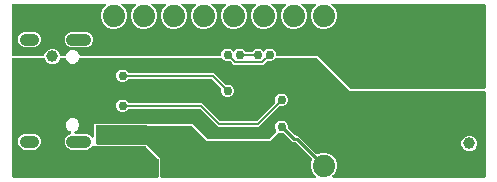
<source format=gbr>
G04 EAGLE Gerber RS-274X export*
G75*
%MOMM*%
%FSLAX34Y34*%
%LPD*%
%INGBL*%
%IPPOS*%
%AMOC8*
5,1,8,0,0,1.08239X$1,22.5*%
G01*
%ADD10C,2.250000*%
%ADD11C,1.000000*%
%ADD12C,1.879600*%
%ADD13C,1.000000*%
%ADD14C,0.756400*%
%ADD15C,0.152400*%
%ADD16C,0.254000*%

G36*
X133468Y-73517D02*
X133468Y-73517D01*
X133587Y-73510D01*
X133625Y-73497D01*
X133666Y-73492D01*
X133776Y-73449D01*
X133889Y-73412D01*
X133924Y-73390D01*
X133961Y-73375D01*
X134057Y-73306D01*
X134158Y-73242D01*
X134186Y-73212D01*
X134219Y-73189D01*
X134295Y-73097D01*
X134376Y-73010D01*
X134396Y-72975D01*
X134421Y-72944D01*
X134472Y-72836D01*
X134530Y-72732D01*
X134540Y-72692D01*
X134557Y-72656D01*
X134579Y-72539D01*
X134609Y-72424D01*
X134613Y-72364D01*
X134617Y-72344D01*
X134615Y-72323D01*
X134619Y-72263D01*
X134619Y-58420D01*
X134607Y-58322D01*
X134604Y-58223D01*
X134587Y-58165D01*
X134579Y-58104D01*
X134543Y-58012D01*
X134515Y-57917D01*
X134485Y-57865D01*
X134462Y-57809D01*
X134404Y-57729D01*
X134354Y-57643D01*
X134288Y-57568D01*
X134276Y-57551D01*
X134266Y-57544D01*
X134248Y-57523D01*
X124088Y-47363D01*
X124009Y-47302D01*
X123937Y-47234D01*
X123884Y-47205D01*
X123836Y-47168D01*
X123745Y-47128D01*
X123659Y-47080D01*
X123600Y-47065D01*
X123544Y-47041D01*
X123446Y-47026D01*
X123351Y-47001D01*
X123251Y-46995D01*
X123230Y-46991D01*
X123218Y-46993D01*
X123190Y-46991D01*
X79463Y-46991D01*
X79454Y-46983D01*
X79436Y-46974D01*
X79421Y-46961D01*
X79295Y-46902D01*
X79171Y-46839D01*
X79151Y-46834D01*
X79133Y-46825D01*
X78997Y-46799D01*
X78861Y-46769D01*
X78840Y-46769D01*
X78821Y-46766D01*
X78682Y-46774D01*
X78543Y-46779D01*
X78523Y-46784D01*
X78503Y-46785D01*
X78371Y-46828D01*
X78237Y-46867D01*
X78220Y-46877D01*
X78201Y-46883D01*
X78083Y-46958D01*
X77963Y-47028D01*
X77942Y-47047D01*
X77932Y-47054D01*
X77918Y-47068D01*
X77843Y-47135D01*
X76246Y-48731D01*
X73848Y-49725D01*
X60252Y-49725D01*
X57854Y-48731D01*
X56019Y-46896D01*
X55025Y-44498D01*
X55025Y-41902D01*
X56019Y-39504D01*
X57854Y-37669D01*
X59990Y-36784D01*
X60111Y-36715D01*
X60233Y-36650D01*
X60248Y-36636D01*
X60266Y-36626D01*
X60366Y-36529D01*
X60469Y-36436D01*
X60480Y-36419D01*
X60494Y-36405D01*
X60567Y-36286D01*
X60643Y-36170D01*
X60650Y-36151D01*
X60661Y-36134D01*
X60702Y-36001D01*
X60747Y-35870D01*
X60748Y-35849D01*
X60754Y-35830D01*
X60761Y-35691D01*
X60772Y-35553D01*
X60768Y-35533D01*
X60769Y-35512D01*
X60741Y-35376D01*
X60718Y-35239D01*
X60709Y-35221D01*
X60705Y-35201D01*
X60644Y-35076D01*
X60587Y-34949D01*
X60574Y-34933D01*
X60565Y-34915D01*
X60475Y-34809D01*
X60388Y-34701D01*
X60372Y-34689D01*
X60359Y-34673D01*
X60245Y-34593D01*
X60134Y-34510D01*
X60109Y-34497D01*
X60099Y-34490D01*
X60080Y-34483D01*
X59990Y-34439D01*
X58470Y-33809D01*
X56841Y-32180D01*
X55959Y-30052D01*
X55959Y-27748D01*
X56841Y-25620D01*
X58470Y-23991D01*
X60598Y-23109D01*
X62902Y-23109D01*
X65030Y-23991D01*
X66659Y-25620D01*
X67541Y-27748D01*
X67541Y-30052D01*
X66659Y-32180D01*
X65030Y-33809D01*
X64006Y-34233D01*
X63945Y-34268D01*
X63880Y-34294D01*
X63808Y-34346D01*
X63730Y-34391D01*
X63680Y-34439D01*
X63623Y-34480D01*
X63566Y-34550D01*
X63501Y-34612D01*
X63465Y-34672D01*
X63420Y-34725D01*
X63382Y-34807D01*
X63335Y-34883D01*
X63314Y-34950D01*
X63285Y-35013D01*
X63268Y-35101D01*
X63241Y-35187D01*
X63238Y-35257D01*
X63225Y-35326D01*
X63231Y-35415D01*
X63226Y-35505D01*
X63240Y-35573D01*
X63245Y-35643D01*
X63272Y-35728D01*
X63291Y-35816D01*
X63321Y-35879D01*
X63343Y-35945D01*
X63391Y-36021D01*
X63430Y-36102D01*
X63476Y-36155D01*
X63513Y-36214D01*
X63578Y-36276D01*
X63637Y-36344D01*
X63694Y-36384D01*
X63745Y-36432D01*
X63823Y-36475D01*
X63897Y-36527D01*
X63962Y-36552D01*
X64023Y-36586D01*
X64110Y-36608D01*
X64194Y-36640D01*
X64264Y-36648D01*
X64331Y-36665D01*
X64492Y-36675D01*
X73848Y-36675D01*
X76246Y-37669D01*
X77843Y-39265D01*
X77952Y-39350D01*
X78059Y-39439D01*
X78078Y-39448D01*
X78094Y-39460D01*
X78222Y-39516D01*
X78347Y-39575D01*
X78367Y-39578D01*
X78386Y-39586D01*
X78524Y-39608D01*
X78660Y-39634D01*
X78680Y-39633D01*
X78700Y-39636D01*
X78839Y-39623D01*
X78977Y-39615D01*
X78996Y-39608D01*
X79016Y-39606D01*
X79148Y-39559D01*
X79279Y-39517D01*
X79297Y-39506D01*
X79316Y-39499D01*
X79431Y-39421D01*
X79548Y-39346D01*
X79562Y-39332D01*
X79579Y-39320D01*
X79671Y-39216D01*
X79766Y-39115D01*
X79776Y-39097D01*
X79789Y-39082D01*
X79853Y-38958D01*
X79920Y-38836D01*
X79925Y-38817D01*
X79934Y-38799D01*
X79964Y-38663D01*
X79999Y-38528D01*
X80001Y-38500D01*
X80004Y-38488D01*
X80003Y-38468D01*
X80009Y-38368D01*
X80009Y-27685D01*
X88388Y-27685D01*
X163303Y-27938D01*
X175887Y-40522D01*
X175965Y-40582D01*
X176037Y-40650D01*
X176090Y-40679D01*
X176138Y-40716D01*
X176229Y-40756D01*
X176315Y-40804D01*
X176374Y-40819D01*
X176430Y-40843D01*
X176528Y-40858D01*
X176623Y-40883D01*
X176723Y-40889D01*
X176744Y-40893D01*
X176756Y-40891D01*
X176784Y-40893D01*
X227584Y-40893D01*
X227682Y-40881D01*
X227781Y-40878D01*
X227839Y-40861D01*
X227900Y-40853D01*
X227992Y-40817D01*
X228087Y-40789D01*
X228139Y-40759D01*
X228195Y-40736D01*
X228275Y-40678D01*
X228361Y-40628D01*
X228436Y-40562D01*
X228453Y-40550D01*
X228460Y-40540D01*
X228482Y-40522D01*
X234029Y-34974D01*
X234047Y-34950D01*
X234070Y-34931D01*
X234145Y-34825D01*
X234224Y-34722D01*
X234236Y-34695D01*
X234253Y-34671D01*
X234299Y-34550D01*
X234351Y-34431D01*
X234355Y-34401D01*
X234366Y-34374D01*
X234380Y-34245D01*
X234400Y-34116D01*
X234398Y-34087D01*
X234401Y-34058D01*
X234383Y-33929D01*
X234371Y-33800D01*
X234361Y-33772D01*
X234356Y-33743D01*
X234304Y-33590D01*
X233453Y-31536D01*
X233453Y-29424D01*
X234261Y-27474D01*
X235754Y-25981D01*
X237704Y-25173D01*
X239816Y-25173D01*
X241766Y-25981D01*
X243259Y-27474D01*
X244067Y-29424D01*
X244067Y-31309D01*
X244079Y-31407D01*
X244082Y-31506D01*
X244099Y-31564D01*
X244107Y-31624D01*
X244143Y-31716D01*
X244171Y-31811D01*
X244201Y-31864D01*
X244224Y-31920D01*
X244282Y-32000D01*
X244332Y-32085D01*
X244398Y-32161D01*
X244410Y-32177D01*
X244420Y-32185D01*
X244438Y-32206D01*
X249706Y-37474D01*
X249784Y-37534D01*
X249856Y-37602D01*
X249909Y-37631D01*
X249957Y-37668D01*
X250048Y-37708D01*
X250135Y-37756D01*
X250193Y-37771D01*
X250249Y-37795D01*
X250347Y-37810D01*
X250443Y-37835D01*
X250543Y-37841D01*
X250563Y-37845D01*
X250575Y-37843D01*
X250603Y-37845D01*
X252618Y-37845D01*
X254626Y-39854D01*
X268155Y-53383D01*
X268179Y-53401D01*
X268198Y-53423D01*
X268304Y-53498D01*
X268406Y-53578D01*
X268434Y-53590D01*
X268458Y-53606D01*
X268579Y-53652D01*
X268698Y-53704D01*
X268727Y-53709D01*
X268755Y-53719D01*
X268884Y-53734D01*
X269012Y-53754D01*
X269042Y-53751D01*
X269071Y-53754D01*
X269200Y-53736D01*
X269329Y-53724D01*
X269357Y-53714D01*
X269386Y-53710D01*
X269538Y-53658D01*
X272147Y-52577D01*
X276493Y-52577D01*
X280507Y-54240D01*
X283580Y-57313D01*
X285243Y-61327D01*
X285243Y-65673D01*
X283580Y-69687D01*
X281902Y-71366D01*
X281816Y-71475D01*
X281728Y-71582D01*
X281719Y-71601D01*
X281707Y-71617D01*
X281651Y-71745D01*
X281592Y-71870D01*
X281588Y-71890D01*
X281580Y-71909D01*
X281558Y-72047D01*
X281532Y-72183D01*
X281534Y-72203D01*
X281530Y-72223D01*
X281543Y-72362D01*
X281552Y-72500D01*
X281558Y-72519D01*
X281560Y-72539D01*
X281607Y-72671D01*
X281650Y-72802D01*
X281661Y-72820D01*
X281668Y-72839D01*
X281746Y-72954D01*
X281820Y-73071D01*
X281835Y-73085D01*
X281846Y-73102D01*
X281951Y-73194D01*
X282052Y-73289D01*
X282070Y-73299D01*
X282085Y-73312D01*
X282209Y-73376D01*
X282330Y-73443D01*
X282350Y-73448D01*
X282368Y-73457D01*
X282504Y-73487D01*
X282638Y-73522D01*
X282666Y-73524D01*
X282678Y-73527D01*
X282699Y-73526D01*
X282799Y-73532D01*
X410083Y-73532D01*
X410201Y-73517D01*
X410320Y-73510D01*
X410358Y-73497D01*
X410399Y-73492D01*
X410509Y-73449D01*
X410622Y-73412D01*
X410657Y-73390D01*
X410694Y-73375D01*
X410790Y-73306D01*
X410891Y-73242D01*
X410919Y-73212D01*
X410952Y-73189D01*
X411028Y-73097D01*
X411109Y-73010D01*
X411129Y-72975D01*
X411154Y-72944D01*
X411205Y-72836D01*
X411263Y-72732D01*
X411273Y-72692D01*
X411290Y-72656D01*
X411312Y-72539D01*
X411342Y-72424D01*
X411346Y-72364D01*
X411350Y-72344D01*
X411348Y-72323D01*
X411352Y-72263D01*
X411352Y-1270D01*
X411337Y-1152D01*
X411330Y-1033D01*
X411317Y-995D01*
X411312Y-954D01*
X411269Y-844D01*
X411232Y-731D01*
X411210Y-696D01*
X411195Y-659D01*
X411126Y-563D01*
X411062Y-462D01*
X411032Y-434D01*
X411009Y-401D01*
X410917Y-326D01*
X410830Y-244D01*
X410795Y-224D01*
X410764Y-199D01*
X410656Y-148D01*
X410552Y-90D01*
X410512Y-80D01*
X410476Y-63D01*
X410359Y-41D01*
X410244Y-11D01*
X410184Y-7D01*
X410164Y-3D01*
X410143Y-5D01*
X410083Y-1D01*
X296436Y-1D01*
X269122Y27314D01*
X269043Y27374D01*
X268971Y27442D01*
X268918Y27471D01*
X268870Y27508D01*
X268779Y27548D01*
X268693Y27596D01*
X268634Y27611D01*
X268578Y27635D01*
X268480Y27650D01*
X268385Y27675D01*
X268285Y27681D01*
X268264Y27685D01*
X268252Y27683D01*
X268224Y27685D01*
X233796Y27685D01*
X233698Y27673D01*
X233599Y27670D01*
X233540Y27653D01*
X233480Y27645D01*
X233388Y27609D01*
X233293Y27581D01*
X233241Y27551D01*
X233185Y27528D01*
X233104Y27470D01*
X233019Y27420D01*
X232944Y27354D01*
X232927Y27342D01*
X232919Y27332D01*
X232898Y27314D01*
X231566Y25981D01*
X229616Y25173D01*
X227490Y25173D01*
X227387Y25196D01*
X227262Y25231D01*
X227233Y25231D01*
X227204Y25238D01*
X227074Y25234D01*
X226944Y25236D01*
X226915Y25229D01*
X226886Y25228D01*
X226761Y25192D01*
X226635Y25162D01*
X226609Y25148D01*
X226580Y25139D01*
X226468Y25074D01*
X226354Y25013D01*
X226332Y24993D01*
X226306Y24978D01*
X226185Y24872D01*
X224868Y23555D01*
X223157Y21843D01*
X198443Y21843D01*
X196732Y23555D01*
X195415Y24872D01*
X195391Y24890D01*
X195372Y24912D01*
X195266Y24987D01*
X195163Y25066D01*
X195136Y25078D01*
X195112Y25095D01*
X194990Y25141D01*
X194871Y25193D01*
X194842Y25197D01*
X194814Y25208D01*
X194686Y25222D01*
X194557Y25243D01*
X194528Y25240D01*
X194498Y25243D01*
X194370Y25225D01*
X194241Y25213D01*
X194213Y25203D01*
X194184Y25199D01*
X194109Y25173D01*
X191984Y25173D01*
X190034Y25981D01*
X188702Y27314D01*
X188623Y27374D01*
X188551Y27442D01*
X188498Y27471D01*
X188450Y27508D01*
X188360Y27548D01*
X188273Y27596D01*
X188214Y27611D01*
X188159Y27635D01*
X188061Y27650D01*
X187965Y27675D01*
X187865Y27681D01*
X187844Y27685D01*
X187832Y27683D01*
X187804Y27685D01*
X79499Y27685D01*
X79487Y27696D01*
X79452Y27716D01*
X79421Y27741D01*
X79313Y27792D01*
X79209Y27850D01*
X79169Y27860D01*
X79133Y27877D01*
X79016Y27899D01*
X78901Y27929D01*
X78841Y27933D01*
X78821Y27937D01*
X78800Y27935D01*
X78740Y27939D01*
X68468Y27939D01*
X68439Y27936D01*
X68409Y27938D01*
X68281Y27916D01*
X68152Y27899D01*
X68125Y27889D01*
X68096Y27884D01*
X67977Y27830D01*
X67857Y27782D01*
X67833Y27765D01*
X67806Y27753D01*
X67704Y27672D01*
X67599Y27596D01*
X67581Y27573D01*
X67557Y27554D01*
X67479Y27451D01*
X67397Y27351D01*
X67384Y27324D01*
X67366Y27300D01*
X67295Y27156D01*
X66659Y25620D01*
X65030Y23991D01*
X62902Y23109D01*
X60598Y23109D01*
X58470Y23991D01*
X56841Y25620D01*
X56205Y27156D01*
X56190Y27181D01*
X56181Y27209D01*
X56112Y27319D01*
X56047Y27432D01*
X56027Y27453D01*
X56011Y27478D01*
X55916Y27567D01*
X55826Y27660D01*
X55801Y27676D01*
X55779Y27696D01*
X55666Y27759D01*
X55555Y27827D01*
X55526Y27835D01*
X55501Y27850D01*
X55375Y27882D01*
X55251Y27920D01*
X55221Y27922D01*
X55193Y27929D01*
X55032Y27939D01*
X51834Y27939D01*
X51805Y27936D01*
X51775Y27938D01*
X51647Y27916D01*
X51519Y27899D01*
X51491Y27889D01*
X51462Y27884D01*
X51343Y27830D01*
X51223Y27782D01*
X51199Y27765D01*
X51172Y27753D01*
X51071Y27672D01*
X50965Y27596D01*
X50947Y27573D01*
X50924Y27554D01*
X50845Y27451D01*
X50763Y27351D01*
X50750Y27324D01*
X50732Y27300D01*
X50661Y27156D01*
X49981Y25514D01*
X48146Y23679D01*
X45748Y22685D01*
X43152Y22685D01*
X40754Y23679D01*
X38919Y25514D01*
X38239Y27156D01*
X38224Y27181D01*
X38215Y27209D01*
X38145Y27319D01*
X38081Y27432D01*
X38061Y27453D01*
X38045Y27478D01*
X37950Y27567D01*
X37860Y27660D01*
X37835Y27676D01*
X37813Y27696D01*
X37699Y27759D01*
X37589Y27827D01*
X37560Y27835D01*
X37535Y27850D01*
X37409Y27882D01*
X37285Y27920D01*
X37255Y27922D01*
X37227Y27929D01*
X37066Y27939D01*
X11557Y27939D01*
X11439Y27924D01*
X11320Y27917D01*
X11282Y27904D01*
X11241Y27899D01*
X11131Y27856D01*
X11018Y27819D01*
X10983Y27797D01*
X10946Y27782D01*
X10850Y27713D01*
X10749Y27649D01*
X10721Y27619D01*
X10688Y27596D01*
X10612Y27504D01*
X10531Y27417D01*
X10511Y27382D01*
X10486Y27351D01*
X10435Y27243D01*
X10377Y27139D01*
X10367Y27099D01*
X10350Y27063D01*
X10328Y26946D01*
X10298Y26831D01*
X10294Y26771D01*
X10290Y26751D01*
X10292Y26730D01*
X10288Y26670D01*
X10288Y-72263D01*
X10303Y-72381D01*
X10310Y-72500D01*
X10323Y-72538D01*
X10328Y-72579D01*
X10371Y-72689D01*
X10408Y-72802D01*
X10430Y-72837D01*
X10445Y-72874D01*
X10514Y-72970D01*
X10578Y-73071D01*
X10608Y-73099D01*
X10631Y-73132D01*
X10723Y-73208D01*
X10810Y-73289D01*
X10845Y-73309D01*
X10876Y-73334D01*
X10984Y-73385D01*
X11088Y-73443D01*
X11128Y-73453D01*
X11164Y-73470D01*
X11281Y-73492D01*
X11396Y-73522D01*
X11456Y-73526D01*
X11476Y-73530D01*
X11497Y-73528D01*
X11557Y-73532D01*
X133350Y-73532D01*
X133468Y-73517D01*
G37*
G36*
X410611Y1528D02*
X410611Y1528D01*
X410630Y1526D01*
X410732Y1548D01*
X410834Y1564D01*
X410851Y1574D01*
X410871Y1578D01*
X410960Y1631D01*
X411051Y1680D01*
X411065Y1694D01*
X411082Y1704D01*
X411149Y1783D01*
X411221Y1858D01*
X411229Y1876D01*
X411242Y1891D01*
X411281Y1987D01*
X411324Y2081D01*
X411326Y2101D01*
X411334Y2119D01*
X411352Y2286D01*
X411352Y72771D01*
X411349Y72791D01*
X411351Y72810D01*
X411329Y72912D01*
X411313Y73014D01*
X411303Y73031D01*
X411299Y73051D01*
X411246Y73140D01*
X411197Y73231D01*
X411183Y73245D01*
X411173Y73262D01*
X411094Y73329D01*
X411019Y73401D01*
X411001Y73409D01*
X410986Y73422D01*
X410890Y73461D01*
X410796Y73504D01*
X410776Y73506D01*
X410758Y73514D01*
X410591Y73532D01*
X281573Y73532D01*
X281502Y73521D01*
X281430Y73519D01*
X281381Y73501D01*
X281330Y73493D01*
X281267Y73459D01*
X281199Y73434D01*
X281159Y73402D01*
X281112Y73377D01*
X281063Y73325D01*
X281007Y73281D01*
X280979Y73237D01*
X280943Y73199D01*
X280913Y73134D01*
X280874Y73074D01*
X280861Y73023D01*
X280839Y72976D01*
X280832Y72905D01*
X280814Y72835D01*
X280818Y72783D01*
X280812Y72732D01*
X280828Y72661D01*
X280833Y72590D01*
X280854Y72542D01*
X280865Y72491D01*
X280901Y72430D01*
X280930Y72364D01*
X280974Y72308D01*
X280991Y72280D01*
X281009Y72265D01*
X281034Y72233D01*
X283580Y69687D01*
X285243Y65673D01*
X285243Y61327D01*
X283580Y57313D01*
X280507Y54240D01*
X276493Y52577D01*
X272147Y52577D01*
X268133Y54240D01*
X265060Y57313D01*
X263397Y61327D01*
X263397Y65673D01*
X265060Y69687D01*
X267606Y72233D01*
X267648Y72291D01*
X267697Y72343D01*
X267719Y72390D01*
X267749Y72432D01*
X267770Y72501D01*
X267801Y72566D01*
X267806Y72618D01*
X267822Y72668D01*
X267820Y72739D01*
X267828Y72810D01*
X267817Y72861D01*
X267815Y72913D01*
X267791Y72981D01*
X267775Y73051D01*
X267749Y73096D01*
X267731Y73144D01*
X267686Y73200D01*
X267649Y73262D01*
X267610Y73296D01*
X267577Y73336D01*
X267517Y73375D01*
X267462Y73422D01*
X267414Y73441D01*
X267370Y73469D01*
X267301Y73487D01*
X267234Y73514D01*
X267163Y73522D01*
X267132Y73530D01*
X267108Y73528D01*
X267067Y73532D01*
X256173Y73532D01*
X256102Y73521D01*
X256030Y73519D01*
X255981Y73501D01*
X255930Y73493D01*
X255867Y73459D01*
X255799Y73434D01*
X255759Y73402D01*
X255712Y73377D01*
X255663Y73325D01*
X255607Y73281D01*
X255579Y73237D01*
X255543Y73199D01*
X255513Y73134D01*
X255474Y73074D01*
X255461Y73023D01*
X255439Y72976D01*
X255432Y72905D01*
X255414Y72835D01*
X255418Y72783D01*
X255412Y72732D01*
X255428Y72661D01*
X255433Y72590D01*
X255454Y72542D01*
X255465Y72491D01*
X255501Y72430D01*
X255530Y72364D01*
X255574Y72308D01*
X255591Y72280D01*
X255609Y72265D01*
X255634Y72233D01*
X258180Y69687D01*
X259843Y65673D01*
X259843Y61327D01*
X258180Y57313D01*
X255107Y54240D01*
X251093Y52577D01*
X246747Y52577D01*
X242733Y54240D01*
X239660Y57313D01*
X237997Y61327D01*
X237997Y65673D01*
X239660Y69687D01*
X242206Y72233D01*
X242248Y72291D01*
X242297Y72343D01*
X242319Y72390D01*
X242349Y72432D01*
X242370Y72501D01*
X242401Y72566D01*
X242406Y72618D01*
X242422Y72668D01*
X242420Y72739D01*
X242428Y72810D01*
X242417Y72861D01*
X242415Y72913D01*
X242391Y72981D01*
X242375Y73051D01*
X242349Y73096D01*
X242331Y73144D01*
X242286Y73200D01*
X242249Y73262D01*
X242210Y73296D01*
X242177Y73336D01*
X242117Y73375D01*
X242062Y73422D01*
X242014Y73441D01*
X241970Y73469D01*
X241901Y73487D01*
X241834Y73514D01*
X241763Y73522D01*
X241732Y73530D01*
X241708Y73528D01*
X241667Y73532D01*
X230773Y73532D01*
X230702Y73521D01*
X230630Y73519D01*
X230581Y73501D01*
X230530Y73493D01*
X230467Y73459D01*
X230399Y73434D01*
X230359Y73402D01*
X230312Y73377D01*
X230263Y73325D01*
X230207Y73281D01*
X230179Y73237D01*
X230143Y73199D01*
X230113Y73134D01*
X230074Y73074D01*
X230061Y73023D01*
X230039Y72976D01*
X230032Y72905D01*
X230014Y72835D01*
X230018Y72783D01*
X230012Y72732D01*
X230028Y72661D01*
X230033Y72590D01*
X230054Y72542D01*
X230065Y72491D01*
X230101Y72430D01*
X230130Y72364D01*
X230174Y72308D01*
X230191Y72280D01*
X230209Y72265D01*
X230234Y72233D01*
X232780Y69687D01*
X234443Y65673D01*
X234443Y61327D01*
X232780Y57313D01*
X229707Y54240D01*
X225693Y52577D01*
X221347Y52577D01*
X217333Y54240D01*
X214260Y57313D01*
X212597Y61327D01*
X212597Y65673D01*
X214260Y69687D01*
X216806Y72233D01*
X216848Y72291D01*
X216897Y72343D01*
X216919Y72390D01*
X216949Y72432D01*
X216970Y72501D01*
X217001Y72566D01*
X217006Y72618D01*
X217022Y72668D01*
X217020Y72739D01*
X217028Y72810D01*
X217017Y72861D01*
X217015Y72913D01*
X216991Y72981D01*
X216975Y73051D01*
X216949Y73096D01*
X216931Y73144D01*
X216886Y73200D01*
X216849Y73262D01*
X216810Y73296D01*
X216777Y73336D01*
X216717Y73375D01*
X216662Y73422D01*
X216614Y73441D01*
X216570Y73469D01*
X216501Y73487D01*
X216434Y73514D01*
X216363Y73522D01*
X216332Y73530D01*
X216308Y73528D01*
X216267Y73532D01*
X205373Y73532D01*
X205302Y73521D01*
X205230Y73519D01*
X205181Y73501D01*
X205130Y73493D01*
X205067Y73459D01*
X204999Y73434D01*
X204959Y73402D01*
X204912Y73377D01*
X204863Y73325D01*
X204807Y73281D01*
X204779Y73237D01*
X204743Y73199D01*
X204713Y73134D01*
X204674Y73074D01*
X204661Y73023D01*
X204639Y72976D01*
X204632Y72905D01*
X204614Y72835D01*
X204618Y72783D01*
X204612Y72732D01*
X204628Y72661D01*
X204633Y72590D01*
X204654Y72542D01*
X204665Y72491D01*
X204701Y72430D01*
X204730Y72364D01*
X204774Y72308D01*
X204791Y72280D01*
X204809Y72265D01*
X204834Y72233D01*
X207380Y69687D01*
X209043Y65673D01*
X209043Y61327D01*
X207380Y57313D01*
X204307Y54240D01*
X200293Y52577D01*
X195947Y52577D01*
X191933Y54240D01*
X188860Y57313D01*
X187197Y61327D01*
X187197Y65673D01*
X188860Y69687D01*
X191406Y72233D01*
X191448Y72291D01*
X191497Y72343D01*
X191519Y72390D01*
X191549Y72432D01*
X191570Y72501D01*
X191601Y72566D01*
X191606Y72618D01*
X191622Y72668D01*
X191620Y72739D01*
X191628Y72810D01*
X191617Y72861D01*
X191615Y72913D01*
X191591Y72981D01*
X191575Y73051D01*
X191549Y73096D01*
X191531Y73144D01*
X191486Y73200D01*
X191449Y73262D01*
X191410Y73296D01*
X191377Y73336D01*
X191317Y73375D01*
X191262Y73422D01*
X191214Y73441D01*
X191170Y73469D01*
X191101Y73487D01*
X191034Y73514D01*
X190963Y73522D01*
X190932Y73530D01*
X190908Y73528D01*
X190867Y73532D01*
X179973Y73532D01*
X179902Y73521D01*
X179830Y73519D01*
X179781Y73501D01*
X179730Y73493D01*
X179667Y73459D01*
X179599Y73434D01*
X179559Y73402D01*
X179512Y73377D01*
X179463Y73325D01*
X179407Y73281D01*
X179379Y73237D01*
X179343Y73199D01*
X179313Y73134D01*
X179274Y73074D01*
X179261Y73023D01*
X179239Y72976D01*
X179232Y72905D01*
X179214Y72835D01*
X179218Y72783D01*
X179212Y72732D01*
X179228Y72661D01*
X179233Y72590D01*
X179254Y72542D01*
X179265Y72491D01*
X179301Y72430D01*
X179330Y72364D01*
X179374Y72308D01*
X179391Y72280D01*
X179409Y72265D01*
X179434Y72233D01*
X181980Y69687D01*
X183643Y65673D01*
X183643Y61327D01*
X181980Y57313D01*
X178907Y54240D01*
X174893Y52577D01*
X170547Y52577D01*
X166533Y54240D01*
X163460Y57313D01*
X161797Y61327D01*
X161797Y65673D01*
X163460Y69687D01*
X166006Y72233D01*
X166048Y72291D01*
X166097Y72343D01*
X166119Y72390D01*
X166149Y72432D01*
X166170Y72501D01*
X166201Y72566D01*
X166206Y72618D01*
X166222Y72668D01*
X166220Y72739D01*
X166228Y72810D01*
X166217Y72861D01*
X166215Y72913D01*
X166191Y72981D01*
X166175Y73051D01*
X166149Y73096D01*
X166131Y73144D01*
X166086Y73200D01*
X166049Y73262D01*
X166010Y73296D01*
X165977Y73336D01*
X165917Y73375D01*
X165862Y73422D01*
X165814Y73441D01*
X165770Y73469D01*
X165701Y73487D01*
X165634Y73514D01*
X165563Y73522D01*
X165532Y73530D01*
X165508Y73528D01*
X165467Y73532D01*
X154573Y73532D01*
X154502Y73521D01*
X154430Y73519D01*
X154381Y73501D01*
X154330Y73493D01*
X154267Y73459D01*
X154199Y73434D01*
X154159Y73402D01*
X154112Y73377D01*
X154063Y73325D01*
X154007Y73281D01*
X153979Y73237D01*
X153943Y73199D01*
X153913Y73134D01*
X153874Y73074D01*
X153861Y73023D01*
X153839Y72976D01*
X153832Y72905D01*
X153814Y72835D01*
X153818Y72783D01*
X153812Y72732D01*
X153828Y72661D01*
X153833Y72590D01*
X153854Y72542D01*
X153865Y72491D01*
X153901Y72430D01*
X153930Y72364D01*
X153974Y72308D01*
X153991Y72280D01*
X154009Y72265D01*
X154034Y72233D01*
X156580Y69687D01*
X158243Y65673D01*
X158243Y61327D01*
X156580Y57313D01*
X153507Y54240D01*
X149493Y52577D01*
X145147Y52577D01*
X141133Y54240D01*
X138060Y57313D01*
X136397Y61327D01*
X136397Y65673D01*
X138060Y69687D01*
X140606Y72233D01*
X140648Y72291D01*
X140697Y72343D01*
X140719Y72390D01*
X140749Y72432D01*
X140770Y72501D01*
X140801Y72566D01*
X140806Y72618D01*
X140822Y72668D01*
X140820Y72739D01*
X140828Y72810D01*
X140817Y72861D01*
X140815Y72913D01*
X140791Y72981D01*
X140775Y73051D01*
X140749Y73096D01*
X140731Y73144D01*
X140686Y73200D01*
X140649Y73262D01*
X140610Y73296D01*
X140577Y73336D01*
X140517Y73375D01*
X140462Y73422D01*
X140414Y73441D01*
X140370Y73469D01*
X140301Y73487D01*
X140234Y73514D01*
X140163Y73522D01*
X140132Y73530D01*
X140108Y73528D01*
X140067Y73532D01*
X129173Y73532D01*
X129102Y73521D01*
X129030Y73519D01*
X128981Y73501D01*
X128930Y73493D01*
X128867Y73459D01*
X128799Y73434D01*
X128759Y73402D01*
X128712Y73377D01*
X128663Y73325D01*
X128607Y73281D01*
X128579Y73237D01*
X128543Y73199D01*
X128513Y73134D01*
X128474Y73074D01*
X128461Y73023D01*
X128439Y72976D01*
X128432Y72905D01*
X128414Y72835D01*
X128418Y72783D01*
X128412Y72732D01*
X128428Y72661D01*
X128433Y72590D01*
X128454Y72542D01*
X128465Y72491D01*
X128501Y72430D01*
X128530Y72364D01*
X128574Y72308D01*
X128591Y72280D01*
X128609Y72265D01*
X128634Y72233D01*
X131180Y69687D01*
X132843Y65673D01*
X132843Y61327D01*
X131180Y57313D01*
X128107Y54240D01*
X124093Y52577D01*
X119747Y52577D01*
X115733Y54240D01*
X112660Y57313D01*
X110997Y61327D01*
X110997Y65673D01*
X112660Y69687D01*
X115206Y72233D01*
X115248Y72291D01*
X115297Y72343D01*
X115319Y72390D01*
X115349Y72432D01*
X115370Y72501D01*
X115401Y72566D01*
X115406Y72618D01*
X115422Y72668D01*
X115420Y72739D01*
X115428Y72810D01*
X115417Y72861D01*
X115415Y72913D01*
X115391Y72981D01*
X115375Y73051D01*
X115349Y73096D01*
X115331Y73144D01*
X115286Y73200D01*
X115249Y73262D01*
X115210Y73296D01*
X115177Y73336D01*
X115117Y73375D01*
X115062Y73422D01*
X115014Y73441D01*
X114970Y73469D01*
X114901Y73487D01*
X114834Y73514D01*
X114763Y73522D01*
X114732Y73530D01*
X114708Y73528D01*
X114667Y73532D01*
X103773Y73532D01*
X103702Y73521D01*
X103630Y73519D01*
X103581Y73501D01*
X103530Y73493D01*
X103467Y73459D01*
X103399Y73434D01*
X103359Y73402D01*
X103312Y73377D01*
X103263Y73325D01*
X103207Y73281D01*
X103179Y73237D01*
X103143Y73199D01*
X103113Y73134D01*
X103074Y73074D01*
X103061Y73023D01*
X103039Y72976D01*
X103032Y72905D01*
X103014Y72835D01*
X103018Y72783D01*
X103012Y72732D01*
X103028Y72661D01*
X103033Y72590D01*
X103054Y72542D01*
X103065Y72491D01*
X103101Y72430D01*
X103130Y72364D01*
X103174Y72308D01*
X103191Y72280D01*
X103209Y72265D01*
X103234Y72233D01*
X105780Y69687D01*
X107443Y65673D01*
X107443Y61327D01*
X105780Y57313D01*
X102707Y54240D01*
X98693Y52577D01*
X94347Y52577D01*
X90333Y54240D01*
X87260Y57313D01*
X85597Y61327D01*
X85597Y65673D01*
X87260Y69687D01*
X89806Y72233D01*
X89848Y72291D01*
X89897Y72343D01*
X89919Y72390D01*
X89949Y72432D01*
X89970Y72501D01*
X90001Y72566D01*
X90006Y72618D01*
X90022Y72668D01*
X90020Y72739D01*
X90028Y72810D01*
X90017Y72861D01*
X90015Y72913D01*
X89991Y72981D01*
X89975Y73051D01*
X89949Y73096D01*
X89931Y73144D01*
X89886Y73200D01*
X89849Y73262D01*
X89810Y73296D01*
X89777Y73336D01*
X89717Y73375D01*
X89662Y73422D01*
X89614Y73441D01*
X89570Y73469D01*
X89501Y73487D01*
X89434Y73514D01*
X89363Y73522D01*
X89332Y73530D01*
X89308Y73528D01*
X89267Y73532D01*
X11049Y73532D01*
X11029Y73529D01*
X11010Y73531D01*
X10908Y73509D01*
X10806Y73493D01*
X10789Y73483D01*
X10769Y73479D01*
X10680Y73426D01*
X10589Y73377D01*
X10575Y73363D01*
X10558Y73353D01*
X10491Y73274D01*
X10419Y73199D01*
X10411Y73181D01*
X10398Y73166D01*
X10359Y73070D01*
X10316Y72976D01*
X10314Y72956D01*
X10306Y72938D01*
X10288Y72771D01*
X10288Y30226D01*
X10291Y30206D01*
X10289Y30187D01*
X10311Y30085D01*
X10327Y29983D01*
X10337Y29966D01*
X10341Y29946D01*
X10394Y29857D01*
X10443Y29766D01*
X10457Y29752D01*
X10467Y29735D01*
X10546Y29668D01*
X10621Y29596D01*
X10639Y29588D01*
X10654Y29575D01*
X10750Y29536D01*
X10844Y29493D01*
X10864Y29491D01*
X10882Y29483D01*
X11049Y29465D01*
X37164Y29465D01*
X37184Y29468D01*
X37203Y29466D01*
X37305Y29488D01*
X37407Y29504D01*
X37424Y29514D01*
X37444Y29518D01*
X37533Y29571D01*
X37624Y29620D01*
X37638Y29634D01*
X37655Y29644D01*
X37722Y29723D01*
X37794Y29798D01*
X37802Y29816D01*
X37815Y29831D01*
X37854Y29927D01*
X37897Y30021D01*
X37899Y30041D01*
X37907Y30059D01*
X37925Y30226D01*
X37925Y30508D01*
X38919Y32906D01*
X40754Y34741D01*
X43152Y35735D01*
X45748Y35735D01*
X48146Y34741D01*
X49981Y32906D01*
X50975Y30508D01*
X50975Y30226D01*
X50978Y30206D01*
X50976Y30187D01*
X50998Y30085D01*
X51014Y29983D01*
X51024Y29966D01*
X51028Y29946D01*
X51081Y29857D01*
X51130Y29766D01*
X51144Y29752D01*
X51154Y29735D01*
X51233Y29668D01*
X51308Y29596D01*
X51326Y29588D01*
X51341Y29575D01*
X51437Y29536D01*
X51531Y29493D01*
X51551Y29491D01*
X51569Y29483D01*
X51736Y29465D01*
X55207Y29465D01*
X55322Y29484D01*
X55438Y29501D01*
X55444Y29503D01*
X55450Y29504D01*
X55553Y29559D01*
X55658Y29612D01*
X55662Y29617D01*
X55668Y29620D01*
X55747Y29704D01*
X55830Y29788D01*
X55833Y29794D01*
X55837Y29798D01*
X55845Y29815D01*
X55911Y29935D01*
X56841Y32180D01*
X58470Y33809D01*
X60598Y34691D01*
X62902Y34691D01*
X65030Y33809D01*
X66659Y32180D01*
X67589Y29935D01*
X67651Y29835D01*
X67711Y29735D01*
X67716Y29731D01*
X67719Y29726D01*
X67809Y29651D01*
X67898Y29575D01*
X67904Y29573D01*
X67908Y29569D01*
X68017Y29527D01*
X68126Y29483D01*
X68133Y29482D01*
X68138Y29481D01*
X68156Y29480D01*
X68293Y29465D01*
X79898Y29465D01*
X79929Y29434D01*
X80003Y29381D01*
X80072Y29321D01*
X80102Y29309D01*
X80128Y29290D01*
X80215Y29263D01*
X80300Y29229D01*
X80341Y29225D01*
X80363Y29218D01*
X80396Y29219D01*
X80467Y29211D01*
X186972Y29211D01*
X186992Y29214D01*
X187011Y29212D01*
X187113Y29234D01*
X187215Y29250D01*
X187232Y29260D01*
X187252Y29264D01*
X187341Y29317D01*
X187432Y29366D01*
X187446Y29380D01*
X187463Y29390D01*
X187530Y29469D01*
X187602Y29544D01*
X187610Y29562D01*
X187623Y29577D01*
X187662Y29673D01*
X187705Y29767D01*
X187707Y29787D01*
X187715Y29805D01*
X187733Y29972D01*
X187733Y32678D01*
X190842Y35787D01*
X195238Y35787D01*
X197582Y33443D01*
X197598Y33432D01*
X197610Y33416D01*
X197698Y33360D01*
X197781Y33300D01*
X197800Y33294D01*
X197817Y33283D01*
X197918Y33258D01*
X198017Y33227D01*
X198036Y33228D01*
X198056Y33223D01*
X198159Y33231D01*
X198262Y33234D01*
X198281Y33240D01*
X198301Y33242D01*
X198396Y33282D01*
X198493Y33318D01*
X198509Y33331D01*
X198527Y33338D01*
X198658Y33443D01*
X201002Y35787D01*
X205398Y35787D01*
X208195Y32990D01*
X208269Y32937D01*
X208339Y32877D01*
X208369Y32865D01*
X208395Y32846D01*
X208482Y32819D01*
X208567Y32785D01*
X208608Y32781D01*
X208630Y32774D01*
X208662Y32775D01*
X208733Y32767D01*
X212947Y32767D01*
X213037Y32781D01*
X213128Y32789D01*
X213157Y32801D01*
X213189Y32806D01*
X213270Y32849D01*
X213354Y32885D01*
X213386Y32911D01*
X213407Y32922D01*
X213429Y32945D01*
X213485Y32990D01*
X216282Y35787D01*
X220678Y35787D01*
X222982Y33483D01*
X222998Y33472D01*
X223010Y33456D01*
X223098Y33400D01*
X223181Y33340D01*
X223200Y33334D01*
X223217Y33323D01*
X223318Y33298D01*
X223417Y33267D01*
X223436Y33268D01*
X223456Y33263D01*
X223559Y33271D01*
X223662Y33274D01*
X223681Y33280D01*
X223701Y33282D01*
X223796Y33322D01*
X223893Y33358D01*
X223909Y33371D01*
X223927Y33378D01*
X224058Y33483D01*
X226362Y35787D01*
X230758Y35787D01*
X233867Y32678D01*
X233867Y29972D01*
X233868Y29963D01*
X233868Y29958D01*
X233870Y29950D01*
X233868Y29933D01*
X233890Y29831D01*
X233906Y29729D01*
X233916Y29712D01*
X233920Y29692D01*
X233973Y29603D01*
X234022Y29512D01*
X234036Y29498D01*
X234046Y29481D01*
X234125Y29414D01*
X234200Y29342D01*
X234218Y29334D01*
X234233Y29321D01*
X234329Y29282D01*
X234423Y29239D01*
X234443Y29237D01*
X234461Y29229D01*
X234628Y29211D01*
X269382Y29211D01*
X296845Y1748D01*
X296919Y1695D01*
X296988Y1635D01*
X297018Y1623D01*
X297044Y1604D01*
X297131Y1577D01*
X297216Y1543D01*
X297257Y1539D01*
X297279Y1532D01*
X297312Y1533D01*
X297383Y1525D01*
X410591Y1525D01*
X410611Y1528D01*
G37*
G36*
X267138Y-73521D02*
X267138Y-73521D01*
X267210Y-73519D01*
X267259Y-73501D01*
X267310Y-73493D01*
X267373Y-73459D01*
X267441Y-73434D01*
X267481Y-73402D01*
X267528Y-73377D01*
X267577Y-73325D01*
X267633Y-73281D01*
X267661Y-73237D01*
X267697Y-73199D01*
X267727Y-73134D01*
X267766Y-73074D01*
X267779Y-73023D01*
X267801Y-72976D01*
X267808Y-72905D01*
X267826Y-72835D01*
X267822Y-72783D01*
X267828Y-72732D01*
X267812Y-72661D01*
X267807Y-72590D01*
X267786Y-72542D01*
X267775Y-72491D01*
X267739Y-72430D01*
X267710Y-72364D01*
X267666Y-72308D01*
X267649Y-72280D01*
X267631Y-72265D01*
X267606Y-72233D01*
X265060Y-69687D01*
X263397Y-65673D01*
X263397Y-61327D01*
X264608Y-58405D01*
X264634Y-58291D01*
X264663Y-58178D01*
X264663Y-58171D01*
X264664Y-58165D01*
X264653Y-58049D01*
X264644Y-57932D01*
X264642Y-57927D01*
X264641Y-57920D01*
X264593Y-57813D01*
X264548Y-57706D01*
X264543Y-57700D01*
X264541Y-57696D01*
X264528Y-57682D01*
X264443Y-57575D01*
X250525Y-43658D01*
X250451Y-43605D01*
X250382Y-43545D01*
X250352Y-43533D01*
X250326Y-43514D01*
X250239Y-43487D01*
X250154Y-43453D01*
X250113Y-43449D01*
X250091Y-43442D01*
X250058Y-43443D01*
X249987Y-43435D01*
X247762Y-43435D01*
X240337Y-36010D01*
X240263Y-35957D01*
X240194Y-35897D01*
X240164Y-35885D01*
X240138Y-35866D01*
X240051Y-35839D01*
X239966Y-35805D01*
X239925Y-35801D01*
X239903Y-35794D01*
X239870Y-35795D01*
X239799Y-35787D01*
X236562Y-35787D01*
X236506Y-35731D01*
X236490Y-35719D01*
X236477Y-35704D01*
X236390Y-35648D01*
X236306Y-35587D01*
X236287Y-35582D01*
X236270Y-35571D01*
X236170Y-35545D01*
X236071Y-35515D01*
X236051Y-35516D01*
X236032Y-35511D01*
X235929Y-35519D01*
X235825Y-35521D01*
X235807Y-35528D01*
X235787Y-35530D01*
X235692Y-35570D01*
X235594Y-35606D01*
X235579Y-35618D01*
X235560Y-35626D01*
X235429Y-35731D01*
X228742Y-42419D01*
X175626Y-42419D01*
X173766Y-40559D01*
X162890Y-29683D01*
X162817Y-29630D01*
X162749Y-29572D01*
X162718Y-29559D01*
X162691Y-29539D01*
X162605Y-29513D01*
X162521Y-29479D01*
X162479Y-29474D01*
X162456Y-29467D01*
X162424Y-29468D01*
X162355Y-29460D01*
X88385Y-29211D01*
X88384Y-29211D01*
X88383Y-29211D01*
X82296Y-29211D01*
X82276Y-29214D01*
X82257Y-29212D01*
X82155Y-29234D01*
X82053Y-29250D01*
X82036Y-29260D01*
X82016Y-29264D01*
X81927Y-29317D01*
X81836Y-29366D01*
X81822Y-29380D01*
X81805Y-29390D01*
X81738Y-29469D01*
X81666Y-29544D01*
X81658Y-29562D01*
X81645Y-29577D01*
X81606Y-29673D01*
X81563Y-29767D01*
X81561Y-29787D01*
X81553Y-29805D01*
X81535Y-29972D01*
X81535Y-44704D01*
X81538Y-44724D01*
X81536Y-44743D01*
X81558Y-44845D01*
X81574Y-44947D01*
X81584Y-44964D01*
X81588Y-44984D01*
X81641Y-45073D01*
X81690Y-45164D01*
X81704Y-45178D01*
X81714Y-45195D01*
X81793Y-45262D01*
X81868Y-45334D01*
X81886Y-45342D01*
X81901Y-45355D01*
X81997Y-45394D01*
X82091Y-45437D01*
X82111Y-45439D01*
X82129Y-45447D01*
X82296Y-45465D01*
X124348Y-45465D01*
X136145Y-57262D01*
X136145Y-72771D01*
X136148Y-72791D01*
X136146Y-72810D01*
X136168Y-72912D01*
X136184Y-73014D01*
X136194Y-73031D01*
X136198Y-73051D01*
X136251Y-73140D01*
X136300Y-73231D01*
X136314Y-73245D01*
X136324Y-73262D01*
X136403Y-73329D01*
X136478Y-73401D01*
X136496Y-73409D01*
X136511Y-73422D01*
X136607Y-73461D01*
X136701Y-73504D01*
X136721Y-73506D01*
X136739Y-73514D01*
X136906Y-73532D01*
X267067Y-73532D01*
X267138Y-73521D01*
G37*
%LPC*%
G36*
X184473Y-30227D02*
X184473Y-30227D01*
X182762Y-28516D01*
X182762Y-28515D01*
X169605Y-15358D01*
X169526Y-15298D01*
X169454Y-15230D01*
X169401Y-15201D01*
X169353Y-15164D01*
X169262Y-15124D01*
X169176Y-15076D01*
X169117Y-15061D01*
X169061Y-15037D01*
X168963Y-15022D01*
X168868Y-14997D01*
X168768Y-14991D01*
X168747Y-14987D01*
X168735Y-14989D01*
X168707Y-14987D01*
X109785Y-14987D01*
X109755Y-14990D01*
X109726Y-14988D01*
X109598Y-15010D01*
X109469Y-15027D01*
X109442Y-15037D01*
X109413Y-15043D01*
X109294Y-15096D01*
X109174Y-15144D01*
X109150Y-15161D01*
X109123Y-15173D01*
X109021Y-15254D01*
X108916Y-15330D01*
X108897Y-15353D01*
X108874Y-15372D01*
X108796Y-15475D01*
X108713Y-15575D01*
X108701Y-15602D01*
X108683Y-15626D01*
X108648Y-15696D01*
X107146Y-17199D01*
X105196Y-18007D01*
X103084Y-18007D01*
X101134Y-17199D01*
X99641Y-15706D01*
X98833Y-13756D01*
X98833Y-11644D01*
X99641Y-9694D01*
X101134Y-8201D01*
X103084Y-7393D01*
X105196Y-7393D01*
X107146Y-8201D01*
X108649Y-9704D01*
X108706Y-9793D01*
X108770Y-9906D01*
X108790Y-9927D01*
X108806Y-9952D01*
X108901Y-10041D01*
X108991Y-10134D01*
X109016Y-10150D01*
X109038Y-10170D01*
X109151Y-10233D01*
X109262Y-10301D01*
X109290Y-10309D01*
X109316Y-10324D01*
X109442Y-10356D01*
X109566Y-10394D01*
X109596Y-10396D01*
X109624Y-10403D01*
X109785Y-10413D01*
X171127Y-10413D01*
X172838Y-12124D01*
X172838Y-12125D01*
X185995Y-25282D01*
X186074Y-25342D01*
X186146Y-25410D01*
X186199Y-25439D01*
X186247Y-25476D01*
X186338Y-25516D01*
X186424Y-25564D01*
X186483Y-25579D01*
X186539Y-25603D01*
X186637Y-25618D01*
X186732Y-25643D01*
X186832Y-25649D01*
X186853Y-25653D01*
X186865Y-25651D01*
X186893Y-25653D01*
X216967Y-25653D01*
X217065Y-25641D01*
X217164Y-25638D01*
X217222Y-25621D01*
X217283Y-25613D01*
X217375Y-25577D01*
X217470Y-25549D01*
X217522Y-25519D01*
X217578Y-25496D01*
X217658Y-25438D01*
X217744Y-25388D01*
X217819Y-25322D01*
X217836Y-25310D01*
X217843Y-25300D01*
X217865Y-25282D01*
X233152Y-9995D01*
X233170Y-9971D01*
X233192Y-9952D01*
X233267Y-9846D01*
X233346Y-9743D01*
X233358Y-9716D01*
X233375Y-9692D01*
X233421Y-9571D01*
X233473Y-9451D01*
X233477Y-9422D01*
X233488Y-9395D01*
X233502Y-9266D01*
X233523Y-9137D01*
X233520Y-9108D01*
X233523Y-9079D01*
X233505Y-8950D01*
X233493Y-8821D01*
X233483Y-8793D01*
X233479Y-8764D01*
X233453Y-8689D01*
X233453Y-6564D01*
X234261Y-4614D01*
X235754Y-3121D01*
X237704Y-2313D01*
X239816Y-2313D01*
X241766Y-3121D01*
X243259Y-4614D01*
X244067Y-6564D01*
X244067Y-8676D01*
X243259Y-10626D01*
X241766Y-12119D01*
X239816Y-12927D01*
X237690Y-12927D01*
X237587Y-12904D01*
X237462Y-12869D01*
X237432Y-12869D01*
X237404Y-12862D01*
X237274Y-12866D01*
X237144Y-12864D01*
X237115Y-12871D01*
X237086Y-12872D01*
X236961Y-12908D01*
X236835Y-12939D01*
X236809Y-12952D01*
X236780Y-12961D01*
X236668Y-13026D01*
X236554Y-13087D01*
X236532Y-13107D01*
X236506Y-13122D01*
X236385Y-13228D01*
X219387Y-30227D01*
X184473Y-30227D01*
G37*
%LPD*%
%LPC*%
G36*
X191984Y-5307D02*
X191984Y-5307D01*
X190034Y-4499D01*
X188541Y-3006D01*
X187733Y-1056D01*
X187733Y1070D01*
X187756Y1173D01*
X187791Y1298D01*
X187791Y1327D01*
X187798Y1356D01*
X187794Y1486D01*
X187796Y1616D01*
X187789Y1645D01*
X187788Y1674D01*
X187752Y1799D01*
X187722Y1925D01*
X187708Y1951D01*
X187699Y1980D01*
X187634Y2091D01*
X187573Y2206D01*
X187553Y2228D01*
X187538Y2254D01*
X187432Y2375D01*
X179765Y10042D01*
X179686Y10102D01*
X179614Y10170D01*
X179561Y10199D01*
X179513Y10236D01*
X179422Y10276D01*
X179336Y10324D01*
X179277Y10339D01*
X179221Y10363D01*
X179123Y10378D01*
X179028Y10403D01*
X178928Y10409D01*
X178907Y10413D01*
X178895Y10411D01*
X178867Y10413D01*
X109785Y10413D01*
X109755Y10410D01*
X109726Y10412D01*
X109598Y10390D01*
X109469Y10373D01*
X109442Y10363D01*
X109413Y10357D01*
X109294Y10304D01*
X109174Y10256D01*
X109150Y10239D01*
X109123Y10227D01*
X109021Y10146D01*
X108916Y10070D01*
X108897Y10047D01*
X108874Y10028D01*
X108796Y9925D01*
X108713Y9825D01*
X108701Y9798D01*
X108683Y9774D01*
X108648Y9704D01*
X107146Y8201D01*
X105196Y7393D01*
X103084Y7393D01*
X101134Y8201D01*
X99641Y9694D01*
X98833Y11644D01*
X98833Y13756D01*
X99641Y15706D01*
X101134Y17199D01*
X103084Y18007D01*
X105196Y18007D01*
X107146Y17199D01*
X108649Y15696D01*
X108706Y15607D01*
X108770Y15494D01*
X108790Y15473D01*
X108806Y15448D01*
X108901Y15359D01*
X108991Y15266D01*
X109016Y15250D01*
X109038Y15230D01*
X109151Y15167D01*
X109262Y15099D01*
X109290Y15091D01*
X109316Y15076D01*
X109442Y15044D01*
X109566Y15006D01*
X109596Y15004D01*
X109624Y14997D01*
X109785Y14987D01*
X181287Y14987D01*
X182998Y13275D01*
X190665Y5608D01*
X190689Y5590D01*
X190708Y5568D01*
X190814Y5493D01*
X190917Y5414D01*
X190944Y5402D01*
X190968Y5385D01*
X191089Y5339D01*
X191209Y5287D01*
X191238Y5283D01*
X191266Y5272D01*
X191394Y5258D01*
X191523Y5237D01*
X191552Y5240D01*
X191582Y5237D01*
X191710Y5255D01*
X191839Y5267D01*
X191867Y5277D01*
X191896Y5281D01*
X191971Y5307D01*
X194096Y5307D01*
X196046Y4499D01*
X197539Y3006D01*
X198347Y1056D01*
X198347Y-1056D01*
X197539Y-3006D01*
X196046Y-4499D01*
X194096Y-5307D01*
X191984Y-5307D01*
G37*
%LPD*%
%LPC*%
G36*
X60252Y36675D02*
X60252Y36675D01*
X57854Y37669D01*
X56019Y39504D01*
X55025Y41902D01*
X55025Y44498D01*
X56019Y46896D01*
X57854Y48731D01*
X60252Y49725D01*
X73848Y49725D01*
X76246Y48731D01*
X78081Y46896D01*
X79075Y44498D01*
X79075Y41902D01*
X78081Y39504D01*
X76246Y37669D01*
X73848Y36675D01*
X60252Y36675D01*
G37*
%LPD*%
%LPC*%
G36*
X20952Y-49725D02*
X20952Y-49725D01*
X18554Y-48731D01*
X16719Y-46896D01*
X15725Y-44498D01*
X15725Y-41902D01*
X16719Y-39504D01*
X18554Y-37669D01*
X20952Y-36675D01*
X29548Y-36675D01*
X31946Y-37669D01*
X33781Y-39504D01*
X34775Y-41902D01*
X34775Y-44498D01*
X33781Y-46896D01*
X31946Y-48731D01*
X29548Y-49725D01*
X20952Y-49725D01*
G37*
%LPD*%
%LPC*%
G36*
X20952Y36675D02*
X20952Y36675D01*
X18554Y37669D01*
X16719Y39504D01*
X15725Y41902D01*
X15725Y44498D01*
X16719Y46896D01*
X18554Y48731D01*
X20952Y49725D01*
X29548Y49725D01*
X31946Y48731D01*
X33781Y46896D01*
X34775Y44498D01*
X34775Y41902D01*
X33781Y39504D01*
X31946Y37669D01*
X29548Y36675D01*
X20952Y36675D01*
G37*
%LPD*%
%LPC*%
G36*
X396212Y-50975D02*
X396212Y-50975D01*
X393814Y-49981D01*
X391979Y-48146D01*
X390985Y-45748D01*
X390985Y-43152D01*
X391979Y-40754D01*
X393814Y-38919D01*
X396212Y-37925D01*
X398808Y-37925D01*
X401206Y-38919D01*
X403041Y-40754D01*
X404035Y-43152D01*
X404035Y-45748D01*
X403041Y-48146D01*
X401206Y-49981D01*
X398808Y-50975D01*
X396212Y-50975D01*
G37*
%LPD*%
D10*
X312420Y-25400D02*
X334920Y-25400D01*
X334920Y25400D02*
X312420Y25400D01*
D11*
X72550Y43200D02*
X61550Y43200D01*
X61550Y-43200D02*
X72550Y-43200D01*
X28250Y43200D02*
X22250Y43200D01*
X22250Y-43200D02*
X28250Y-43200D01*
D12*
X20320Y63500D03*
X45720Y63500D03*
X71120Y63500D03*
X96520Y63500D03*
X121920Y63500D03*
X147320Y63500D03*
X172720Y63500D03*
X198120Y63500D03*
X223520Y63500D03*
X248920Y63500D03*
X274320Y63500D03*
X20320Y-63500D03*
X45720Y-63500D03*
X71120Y-63500D03*
X96520Y-63500D03*
X121920Y-63500D03*
X147320Y-63500D03*
X172720Y-63500D03*
X198120Y-63500D03*
X223520Y-63500D03*
X248920Y-63500D03*
X274320Y-63500D03*
D13*
X44450Y29210D03*
X397510Y-44450D03*
D14*
X86360Y40640D03*
X86360Y33020D03*
X93980Y33020D03*
X93980Y40640D03*
X93980Y-40640D03*
X93980Y-33020D03*
X86360Y-40640D03*
X86360Y-33020D03*
X238760Y38100D03*
X335280Y43180D03*
X335280Y7620D03*
X322580Y7620D03*
X309880Y7620D03*
X322580Y43180D03*
X309880Y43180D03*
X347980Y43180D03*
X347980Y7620D03*
X335280Y55880D03*
X322580Y55880D03*
X309880Y55880D03*
X347980Y55880D03*
X386080Y7620D03*
X373380Y7620D03*
X360680Y7620D03*
X398780Y7620D03*
X386080Y30480D03*
X373380Y30480D03*
X360680Y30480D03*
X398780Y30480D03*
X386080Y20320D03*
X373380Y20320D03*
X360680Y20320D03*
X398780Y20320D03*
X386080Y43180D03*
X373380Y43180D03*
X360680Y43180D03*
X398780Y43180D03*
X386080Y55880D03*
X373380Y55880D03*
X360680Y55880D03*
X398780Y55880D03*
X238760Y-7620D03*
D15*
X218440Y-27940D01*
D14*
X104140Y-12700D03*
D15*
X170180Y-12700D02*
X185420Y-27940D01*
X170180Y-12700D02*
X104140Y-12700D01*
X185420Y-27940D02*
X218440Y-27940D01*
D14*
X193040Y0D03*
X104140Y12700D03*
D15*
X180340Y12700D02*
X193040Y0D01*
X180340Y12700D02*
X104140Y12700D01*
D14*
X86360Y15240D03*
X93980Y15240D03*
X86360Y22860D03*
X93980Y22860D03*
X86360Y-15240D03*
X86360Y-22860D03*
X93980Y-22860D03*
X93980Y-15240D03*
X238760Y5080D03*
X335280Y-7620D03*
X322580Y-7620D03*
X309880Y-7620D03*
X347980Y-7620D03*
X335280Y-43180D03*
X322580Y-43180D03*
X309880Y-43180D03*
X347980Y-43180D03*
X335280Y-55880D03*
X322580Y-55880D03*
X309880Y-55880D03*
X347980Y-55880D03*
X386080Y-7620D03*
X373380Y-7620D03*
X360680Y-7620D03*
X398780Y-7620D03*
X373380Y-43180D03*
X360680Y-43180D03*
X373380Y-55880D03*
X360680Y-55880D03*
X398780Y-20320D03*
X386080Y-20320D03*
X373380Y-20320D03*
X373380Y-30480D03*
X360680Y-20320D03*
X360680Y-30480D03*
X193040Y30480D03*
D15*
X222210Y24130D02*
X228560Y30480D01*
X199390Y24130D02*
X193040Y30480D01*
X199390Y24130D02*
X222210Y24130D01*
D14*
X228560Y30480D03*
X203200Y30480D03*
D15*
X218480Y30480D01*
D14*
X218480Y30480D03*
D16*
X251460Y-40640D02*
X274320Y-63500D01*
X251460Y-40640D02*
X248920Y-40640D01*
X238760Y-30480D01*
D14*
X238760Y-30480D03*
M02*

</source>
